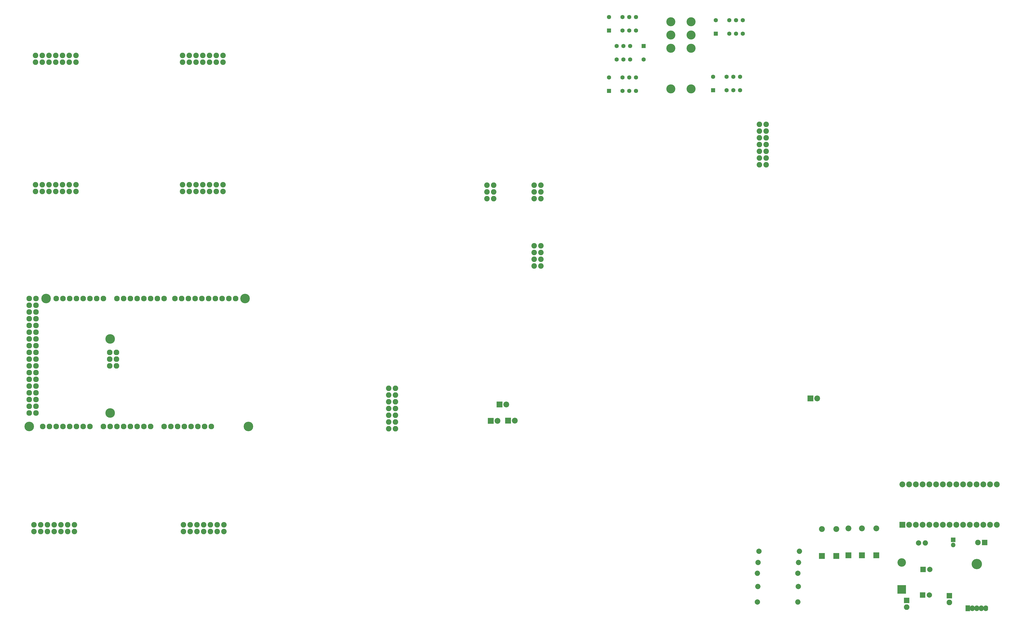
<source format=gbr>
G04 #@! TF.FileFunction,Soldermask,Bot*
%FSLAX46Y46*%
G04 Gerber Fmt 4.6, Leading zero omitted, Abs format (unit mm)*
G04 Created by KiCad (PCBNEW 4.0.6) date 02/21/20 12:53:56*
%MOMM*%
%LPD*%
G01*
G04 APERTURE LIST*
%ADD10C,0.100000*%
%ADD11C,2.082800*%
%ADD12R,2.000000X2.000000*%
%ADD13C,2.000000*%
%ADD14R,2.200000X2.200000*%
%ADD15C,2.200000*%
%ADD16O,2.200000X2.200000*%
%ADD17R,3.200000X3.200000*%
%ADD18O,3.200000X3.200000*%
%ADD19R,1.600000X1.600000*%
%ADD20C,1.600000*%
%ADD21O,2.127200X2.127200*%
%ADD22C,3.600000*%
%ADD23R,2.100000X2.100000*%
%ADD24O,2.100000X2.100000*%
%ADD25R,1.750000X1.750000*%
%ADD26O,1.750000X1.750000*%
%ADD27C,3.400000*%
%ADD28O,3.900000X3.900000*%
%ADD29R,1.750000X2.200000*%
%ADD30O,1.750000X2.200000*%
%ADD31O,2.000000X2.000000*%
G04 APERTURE END LIST*
D10*
D11*
X133400000Y-102400000D03*
X133400000Y-104940000D03*
X135940000Y-102400000D03*
X135940000Y-104940000D03*
X138480000Y-102400000D03*
X138480000Y-104940000D03*
X141020000Y-102400000D03*
X141020000Y-104940000D03*
X143560000Y-102400000D03*
X143560000Y-104940000D03*
X146100000Y-102400000D03*
X146100000Y-104940000D03*
X148640000Y-102400000D03*
X148640000Y-104940000D03*
X188800000Y-102400000D03*
X188800000Y-104940000D03*
X191340000Y-102400000D03*
X191340000Y-104940000D03*
X193880000Y-102400000D03*
X193880000Y-104940000D03*
X196420000Y-102400000D03*
X196420000Y-104940000D03*
X198960000Y-102400000D03*
X198960000Y-104940000D03*
X201500000Y-102400000D03*
X201500000Y-104940000D03*
X204040000Y-102400000D03*
X204040000Y-104940000D03*
X188800000Y-151200000D03*
X188800000Y-153740000D03*
X191340000Y-151200000D03*
X191340000Y-153740000D03*
X193880000Y-151200000D03*
X193880000Y-153740000D03*
X196420000Y-151200000D03*
X196420000Y-153740000D03*
X198960000Y-151200000D03*
X198960000Y-153740000D03*
X201500000Y-151200000D03*
X201500000Y-153740000D03*
X204040000Y-151200000D03*
X204040000Y-153740000D03*
X133400000Y-151200000D03*
X133400000Y-153740000D03*
X135940000Y-151200000D03*
X135940000Y-153740000D03*
X138480000Y-151200000D03*
X138480000Y-153740000D03*
X141020000Y-151200000D03*
X141020000Y-153740000D03*
X143560000Y-151200000D03*
X143560000Y-153740000D03*
X146100000Y-151200000D03*
X146100000Y-153740000D03*
X148640000Y-151200000D03*
X148640000Y-153740000D03*
X148100000Y-282000000D03*
X148100000Y-279460000D03*
X145560000Y-282000000D03*
X145560000Y-279460000D03*
X143020000Y-282000000D03*
X143020000Y-279460000D03*
X140480000Y-282000000D03*
X140480000Y-279460000D03*
X137940000Y-282000000D03*
X137940000Y-279460000D03*
X135400000Y-282000000D03*
X135400000Y-279460000D03*
X132860000Y-282000000D03*
X132860000Y-279460000D03*
X204343000Y-282000000D03*
X204343000Y-279460000D03*
X201803000Y-282000000D03*
X201803000Y-279460000D03*
X199263000Y-282000000D03*
X199263000Y-279460000D03*
X196723000Y-282000000D03*
X196723000Y-279460000D03*
X194183000Y-282000000D03*
X194183000Y-279460000D03*
X191643000Y-282000000D03*
X191643000Y-279460000D03*
X189103000Y-282000000D03*
X189103000Y-279460000D03*
X269000000Y-243200000D03*
X266460000Y-243200000D03*
X269000000Y-240660000D03*
X266460000Y-240660000D03*
X269000000Y-238120000D03*
X266460000Y-238120000D03*
X269000000Y-235580000D03*
X266460000Y-235580000D03*
X269000000Y-233040000D03*
X266460000Y-233040000D03*
X269000000Y-230500000D03*
X266460000Y-230500000D03*
X269000000Y-227960000D03*
X266460000Y-227960000D03*
X408600000Y-143600000D03*
X406060000Y-143600000D03*
X408600000Y-141060000D03*
X406060000Y-141060000D03*
X408600000Y-138520000D03*
X406060000Y-138520000D03*
X408600000Y-135980000D03*
X406060000Y-135980000D03*
X408600000Y-133440000D03*
X406060000Y-133440000D03*
X408600000Y-130900000D03*
X406060000Y-130900000D03*
X408600000Y-128360000D03*
X406060000Y-128360000D03*
X323800000Y-156400000D03*
X321260000Y-156400000D03*
X323800000Y-153860000D03*
X321260000Y-153860000D03*
X323800000Y-151320000D03*
X321260000Y-151320000D03*
X306000000Y-156400000D03*
X303460000Y-156400000D03*
X306000000Y-153860000D03*
X303460000Y-153860000D03*
X306000000Y-151320000D03*
X303460000Y-151320000D03*
X323800000Y-181800000D03*
X321260000Y-181800000D03*
X323800000Y-179260000D03*
X321260000Y-179260000D03*
X323800000Y-176720000D03*
X321260000Y-176720000D03*
X323800000Y-174180000D03*
X321260000Y-174180000D03*
D12*
X467538000Y-305918000D03*
D13*
X470038000Y-305918000D03*
D12*
X467716000Y-296316000D03*
D13*
X470216000Y-296316000D03*
D14*
X311404000Y-240132000D03*
D15*
X313944000Y-240132000D03*
D14*
X429616000Y-291236000D03*
D16*
X429616000Y-281076000D03*
D14*
X434975000Y-291186000D03*
D16*
X434975000Y-281026000D03*
D14*
X450113000Y-290957000D03*
D16*
X450113000Y-280797000D03*
D14*
X444627000Y-290957000D03*
D16*
X444627000Y-280797000D03*
D14*
X425298000Y-231800000D03*
D15*
X427838000Y-231800000D03*
D17*
X459613000Y-303809000D03*
D18*
X459613000Y-293649000D03*
D14*
X439598000Y-290957000D03*
D16*
X439598000Y-280797000D03*
D14*
X308153000Y-234061000D03*
D15*
X310693000Y-234061000D03*
D14*
X304902000Y-240208000D03*
D15*
X307442000Y-240208000D03*
D19*
X388622000Y-115519000D03*
D20*
X388622000Y-110439000D03*
X393702000Y-115519000D03*
X398782000Y-110439000D03*
X396242000Y-115519000D03*
X398782000Y-115519000D03*
X393702000Y-110439000D03*
X396242000Y-110439000D03*
D19*
X349455000Y-115748000D03*
D20*
X349455000Y-110668000D03*
X354535000Y-115748000D03*
X359615000Y-110668000D03*
X357075000Y-115748000D03*
X359615000Y-115748000D03*
X354535000Y-110668000D03*
X357075000Y-110668000D03*
D19*
X362431000Y-98882000D03*
D20*
X362431000Y-103962000D03*
X357351000Y-98882000D03*
X352271000Y-103962000D03*
X354811000Y-98882000D03*
X352271000Y-98882000D03*
X357351000Y-103962000D03*
X354811000Y-103962000D03*
D19*
X349404000Y-92964000D03*
D20*
X349404000Y-87884000D03*
X354484000Y-92964000D03*
X359564000Y-87884000D03*
X357024000Y-92964000D03*
X359564000Y-92964000D03*
X354484000Y-87884000D03*
X357024000Y-87884000D03*
D19*
X389638000Y-94183200D03*
D20*
X389638000Y-89103200D03*
X394718000Y-94183200D03*
X399798000Y-89103200D03*
X397258000Y-94183200D03*
X399798000Y-94183200D03*
X394718000Y-89103200D03*
X397258000Y-89103200D03*
D21*
X163932000Y-219456000D03*
X161392000Y-219456000D03*
X161392000Y-216916000D03*
X163932000Y-216916000D03*
X161392000Y-214376000D03*
X176759000Y-242316000D03*
X181839000Y-242316000D03*
X184379000Y-242316000D03*
X186919000Y-242316000D03*
X189459000Y-242316000D03*
X191999000Y-242316000D03*
X194539000Y-242316000D03*
X197079000Y-242316000D03*
X141199000Y-194056000D03*
X143739000Y-194056000D03*
X146279000Y-194056000D03*
X148819000Y-194056000D03*
X151359000Y-194056000D03*
X153899000Y-194056000D03*
X156439000Y-194056000D03*
X158979000Y-194056000D03*
X164059000Y-194056000D03*
X166599000Y-194056000D03*
X169139000Y-194056000D03*
X171679000Y-194056000D03*
X174219000Y-194056000D03*
X176759000Y-194056000D03*
X179299000Y-194056000D03*
X181839000Y-194056000D03*
X201143000Y-194056000D03*
X185903000Y-194056000D03*
X188443000Y-194056000D03*
X190983000Y-194056000D03*
D22*
X161519000Y-237236000D03*
X161519000Y-209296000D03*
X137389000Y-194056000D03*
X212319000Y-194056000D03*
X131039000Y-242316000D03*
X213589000Y-242316000D03*
D21*
X208763000Y-194056000D03*
X206223000Y-194056000D03*
X203683000Y-194056000D03*
X198603000Y-194056000D03*
X196063000Y-194056000D03*
X193523000Y-194056000D03*
X199619000Y-242316000D03*
X174219000Y-242316000D03*
X171679000Y-242316000D03*
X169139000Y-242316000D03*
X166599000Y-242316000D03*
X164059000Y-242316000D03*
X161519000Y-242316000D03*
X158979000Y-242316000D03*
X153899000Y-242316000D03*
X151359000Y-242316000D03*
X148819000Y-242316000D03*
X146279000Y-242316000D03*
X143739000Y-242316000D03*
X141199000Y-242316000D03*
X138659000Y-242316000D03*
X136119000Y-242316000D03*
X133579000Y-194056000D03*
X131039000Y-194056000D03*
X133579000Y-196596000D03*
X131039000Y-196596000D03*
X133579000Y-199136000D03*
X131039000Y-199136000D03*
X133579000Y-201676000D03*
X131039000Y-201676000D03*
X133579000Y-204216000D03*
X131039000Y-204216000D03*
X133579000Y-206756000D03*
X131039000Y-206756000D03*
X133579000Y-209296000D03*
X131039000Y-209296000D03*
X133579000Y-211836000D03*
X131039000Y-211836000D03*
X133579000Y-214376000D03*
X131039000Y-214376000D03*
X133579000Y-216916000D03*
X131039000Y-216916000D03*
X133579000Y-219456000D03*
X131039000Y-219456000D03*
X133579000Y-221996000D03*
X131039000Y-221996000D03*
X133579000Y-224536000D03*
X131039000Y-224536000D03*
X133579000Y-227076000D03*
X131039000Y-227076000D03*
X133579000Y-229616000D03*
X131039000Y-229616000D03*
X133579000Y-232156000D03*
X131039000Y-232156000D03*
X133579000Y-234696000D03*
X131039000Y-234696000D03*
X133579000Y-237236000D03*
X131039000Y-237236000D03*
X163932000Y-214376000D03*
D23*
X477596000Y-306172000D03*
D24*
X477596000Y-308712000D03*
D14*
X459892000Y-279476000D03*
D15*
X462432000Y-279476000D03*
X464972000Y-279476000D03*
X467512000Y-279476000D03*
X470052000Y-279476000D03*
X472592000Y-279476000D03*
X475132000Y-279476000D03*
X477672000Y-279476000D03*
X480212000Y-279476000D03*
X482752000Y-279476000D03*
X485292000Y-279476000D03*
X487832000Y-279476000D03*
X490372000Y-279476000D03*
X492912000Y-279476000D03*
X495452000Y-279476000D03*
X495452000Y-264236000D03*
X492912000Y-264236000D03*
X490372000Y-264236000D03*
X487832000Y-264236000D03*
X485292000Y-264236000D03*
X482752000Y-264236000D03*
X480212000Y-264236000D03*
X477672000Y-264236000D03*
X475132000Y-264236000D03*
X472592000Y-264236000D03*
X470052000Y-264236000D03*
X467512000Y-264236000D03*
X464972000Y-264236000D03*
X462432000Y-264236000D03*
X459892000Y-264236000D03*
D25*
X479069000Y-285090000D03*
D26*
X479069000Y-287090000D03*
D27*
X372720000Y-115011000D03*
X380340000Y-115011000D03*
X372720000Y-94691000D03*
X380340000Y-89691000D03*
X380340000Y-99691000D03*
X372720000Y-99691000D03*
X380340000Y-94691000D03*
X372720000Y-89691000D03*
D28*
X487956000Y-294236000D03*
D29*
X484556000Y-310896000D03*
D30*
X486256000Y-310896000D03*
X487956000Y-310896000D03*
X489656000Y-310896000D03*
X491356000Y-310896000D03*
D23*
X490880000Y-286131000D03*
D24*
X488340000Y-286131000D03*
D13*
X465988000Y-286334000D03*
D31*
X468528000Y-286334000D03*
D23*
X461518000Y-307950000D03*
D24*
X461518000Y-310490000D03*
D13*
X405308000Y-308559000D03*
D31*
X420548000Y-308559000D03*
D13*
X405587000Y-293649000D03*
D31*
X420827000Y-293649000D03*
D13*
X405867000Y-289458000D03*
D31*
X421107000Y-289458000D03*
D13*
X420675000Y-302692000D03*
D31*
X405435000Y-302692000D03*
D13*
X420548000Y-297739000D03*
D31*
X405308000Y-297739000D03*
M02*

</source>
